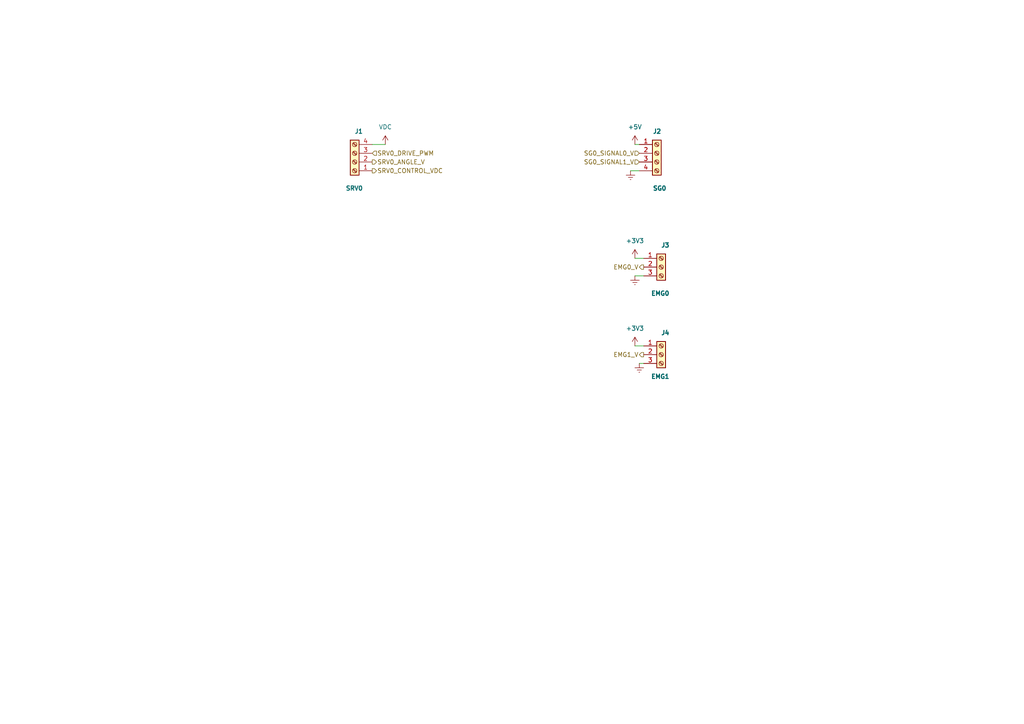
<source format=kicad_sch>
(kicad_sch (version 20211123) (generator eeschema)
  (paper "A4")
  (lib_symbols
    (symbol "Connector:Screw_Terminal_01x03" (pin_names (offset 1.016) hide)
      (property "Reference" "J" (at 0 5.08 0))
      (property "Value" "Screw_Terminal_01x03" (at 0 -5.08 0))
      (symbol "Screw_Terminal_01x03_1_1"
        (rectangle (start -1.27 3.81) (end 1.27 -3.81) (stroke (width 0.254)) (fill (type background)))
        (circle (center 0 -2.54) (radius 0.635) (stroke (width 0.1524)))
        (polyline (pts (xy -0.5334 -2.2098) (xy 0.3302 -3.048)) (stroke (width 0.1524)))
        (polyline (pts (xy -0.5334 0.3302) (xy 0.3302 -0.508)) (stroke (width 0.1524)))
        (polyline (pts (xy -0.5334 2.8702) (xy 0.3302 2.032)) (stroke (width 0.1524)))
        (polyline (pts (xy -0.3556 -2.032) (xy 0.508 -2.8702)) (stroke (width 0.1524)))
        (polyline (pts (xy -0.3556 0.508) (xy 0.508 -0.3302)) (stroke (width 0.1524)))
        (polyline (pts (xy -0.3556 3.048) (xy 0.508 2.2098)) (stroke (width 0.1524)))
        (circle (center 0 0) (radius 0.635) (stroke (width 0.1524)))
        (circle (center 0 2.54) (radius 0.635) (stroke (width 0.1524)))
        (pin passive line (at -5.08 2.54 0) (length 3.81) (name "Pin_1") (number "1"))
        (pin passive line (at -5.08 0 0) (length 3.81) (name "Pin_2") (number "2"))
        (pin passive line (at -5.08 -2.54 0) (length 3.81) (name "Pin_3") (number "3"))
      )
    )
    (symbol "Connector:Screw_Terminal_01x04" (pin_names (offset 1.016) hide)
      (property "Reference" "J" (at 0 5.08 0))
      (property "Value" "Screw_Terminal_01x04" (at 0 -7.62 0))
      (symbol "Screw_Terminal_01x04_1_1"
        (rectangle (start -1.27 3.81) (end 1.27 -6.35) (stroke (width 0.254)) (fill (type background)))
        (circle (center 0 -5.08) (radius 0.635) (stroke (width 0.1524)))
        (circle (center 0 -2.54) (radius 0.635) (stroke (width 0.1524)))
        (polyline (pts (xy -0.5334 -4.7498) (xy 0.3302 -5.588)) (stroke (width 0.1524)))
        (polyline (pts (xy -0.5334 -2.2098) (xy 0.3302 -3.048)) (stroke (width 0.1524)))
        (polyline (pts (xy -0.5334 0.3302) (xy 0.3302 -0.508)) (stroke (width 0.1524)))
        (polyline (pts (xy -0.5334 2.8702) (xy 0.3302 2.032)) (stroke (width 0.1524)))
        (polyline (pts (xy -0.3556 -4.572) (xy 0.508 -5.4102)) (stroke (width 0.1524)))
        (polyline (pts (xy -0.3556 -2.032) (xy 0.508 -2.8702)) (stroke (width 0.1524)))
        (polyline (pts (xy -0.3556 0.508) (xy 0.508 -0.3302)) (stroke (width 0.1524)))
        (polyline (pts (xy -0.3556 3.048) (xy 0.508 2.2098)) (stroke (width 0.1524)))
        (circle (center 0 0) (radius 0.635) (stroke (width 0.1524)))
        (circle (center 0 2.54) (radius 0.635) (stroke (width 0.1524)))
        (pin passive line (at -5.08 2.54 0) (length 3.81) (name "Pin_1") (number "1"))
        (pin passive line (at -5.08 0 0) (length 3.81) (name "Pin_2") (number "2"))
        (pin passive line (at -5.08 -2.54 0) (length 3.81) (name "Pin_3") (number "3"))
        (pin passive line (at -5.08 -5.08 0) (length 3.81) (name "Pin_4") (number "4"))
      )
    )
    (symbol "power:+3V3" (power) (pin_names (offset 0))
      (property "Value" "+3V3" (at 0 3.556 0))
      (symbol "+3V3_0_1"
        (polyline (pts (xy -0.762 1.27) (xy 0 2.54)))
        (polyline (pts (xy 0 0) (xy 0 2.54)))
        (polyline (pts (xy 0 2.54) (xy 0.762 1.27)))
      )
      (symbol "+3V3_1_1"
        (pin power_in line (at 0 0 90) (length 0) hide (name "+3V3") (number "1"))
      )
    )
    (symbol "power:+5V" (power) (pin_names (offset 0))
      (property "Value" "+5V" (at 0 3.556 0))
      (symbol "+5V_0_1"
        (polyline (pts (xy -0.762 1.27) (xy 0 2.54)))
        (polyline (pts (xy 0 0) (xy 0 2.54)))
        (polyline (pts (xy 0 2.54) (xy 0.762 1.27)))
      )
      (symbol "+5V_1_1"
        (pin power_in line (at 0 0 90) (length 0) hide (name "+5V") (number "1"))
      )
    )
    (symbol "power:Earth" (power) (pin_names (offset 0))
      (symbol "Earth_0_1"
        (polyline (pts (xy -0.635 -1.905) (xy 0.635 -1.905)))
        (polyline (pts (xy -0.127 -2.54) (xy 0.127 -2.54)))
        (polyline (pts (xy 0 -1.27) (xy 0 0)))
        (polyline (pts (xy 1.27 -1.27) (xy -1.27 -1.27)))
      )
      (symbol "Earth_1_1"
        (pin power_in line (at 0 0 270) (length 0) hide (name "Earth") (number "1"))
      )
    )
    (symbol "power:VDC" (power) (pin_names (offset 0))
      (property "Value" "VDC" (at 0 6.35 0))
      (symbol "VDC_0_1"
        (polyline (pts (xy -0.762 1.27) (xy 0 2.54)))
        (polyline (pts (xy 0 0) (xy 0 2.54)))
        (polyline (pts (xy 0 2.54) (xy 0.762 1.27)))
      )
      (symbol "VDC_1_1"
        (pin power_in line (at 0 0 90) (length 0) hide (name "VDC") (number "1"))
      )
    )
  )
  (wire (pts (xy 184.15 80.01) (xy 186.69 80.01)))
  (wire (pts (xy 184.15 100.33) (xy 186.69 100.33)))
  (wire (pts (xy 182.88 49.53) (xy 185.42 49.53)))
  (wire (pts (xy 107.95 41.91) (xy 111.76 41.91)))
  (wire (pts (xy 184.15 41.91) (xy 185.42 41.91)))
  (wire (pts (xy 186.69 105.41) (xy 185.42 105.41)))
  (wire (pts (xy 186.69 74.93) (xy 184.15 74.93)))
  (hierarchical_label "SRV0_DRIVE_PWM" (shape input) (at 107.95 44.45 0))
  (hierarchical_label "EMG1_V" (shape output) (at 186.69 102.87 180))
  (hierarchical_label "EMG0_V" (shape output) (at 186.69 77.47 180))
  (hierarchical_label "SG0_SIGNAL1_V" (shape input) (at 185.42 46.99 180))
  (hierarchical_label "SRV0_CONTROL_VDC" (shape output) (at 107.95 49.53 0))
  (hierarchical_label "SRV0_ANGLE_V" (shape output) (at 107.95 46.99 0))
  (hierarchical_label "SG0_SIGNAL0_V" (shape input) (at 185.42 44.45 180))
  (symbol (lib_id "power:VDC") (at 111.76 41.91 0) (unit 1)
    (property "Reference" "#PWR0103" (effects hide))
    (property "Value" "VDC" (at 111.76 36.83 0))
  )
  (symbol (lib_id "power:+3V3") (at 184.15 100.33 0) (unit 1)
    (property "Reference" "#PWR013" (effects hide))
    (property "Value" "+3V3" (at 184.15 95.25 0))
  )
  (symbol (lib_id "Connector:Screw_Terminal_01x04") (at 102.87 46.99 180) (unit 1)
    (property "Reference" "J1" (at 105.41 38.1 0) (effects (font bold) (justify left)))
    (property "Value" "SRV0" (at 105.41 54.61 0) (effects (font bold) (justify left)))
    (property "Footprint" "EDUEXO-custom-PCB:TE_1-2834011-4" (effects hide))
    (property "Datasheet" "https://www.te.com/commerce/DocumentDelivery/DDEController?Action=srchrtrv&DocNm=1-1773872-7_ModularScrewlessTerminalBloc&DocType=DS&DocLang=English" (effects hide))
    (property "MPN" "1-2834011-4" (effects hide))
  )
  (symbol (lib_id "power:Earth") (at 185.42 105.41 0) (unit 1)
    (property "Reference" "#PWR014" (effects hide))
    (property "Value" "Earth" (effects hide))
  )
  (symbol (lib_id "power:Earth") (at 182.88 49.53 0) (unit 1)
    (property "Reference" "#PWR09" (effects hide))
    (property "Value" "Earth" (effects hide))
  )
  (symbol (lib_id "power:Earth") (at 184.15 80.01 0) (unit 1)
    (property "Reference" "#PWR012" (effects hide))
    (property "Value" "Earth" (effects hide))
  )
  (symbol (lib_id "power:+5V") (at 184.15 41.91 0) (unit 1)
    (property "Reference" "#PWR010" (effects hide))
    (property "Value" "+5V" (at 184.15 36.83 0))
  )
  (symbol (lib_id "Connector:Screw_Terminal_01x04") (at 190.5 44.45 0) (unit 1)
    (property "Reference" "J2" (at 189.23 38.1 0) (effects (font bold) (justify left)))
    (property "Value" "SG0" (at 189.23 54.61 0) (effects (font bold) (justify left)))
    (property "Footprint" "EDUEXO-custom-PCB:TE_1-2834011-4" (effects hide))
    (property "Datasheet" "https://www.te.com/commerce/DocumentDelivery/DDEController?Action=srchrtrv&DocNm=1-1773872-7_ModularScrewlessTerminalBloc&DocType=DS&DocLang=English" (effects hide))
    (property "MPN" "1-2834011-4" (effects hide))
  )
  (symbol (lib_id "power:+3V3") (at 184.15 74.93 0) (unit 1)
    (property "Reference" "#PWR011" (effects hide))
    (property "Value" "+3V3" (at 184.15 69.85 0))
  )
  (symbol (lib_id "Connector:Screw_Terminal_01x03") (at 191.77 102.87 0) (unit 1)
    (property "Reference" "J4" (at 194.31 96.52 0) (effects (font bold) (justify right)))
    (property "Value" "EMG1" (at 194.31 109.22 0) (effects (font bold) (justify right)))
    (property "Footprint" "EDUEXO-custom-PCB:TE_1-2834011-3" (effects hide))
    (property "Datasheet" "https://www.te.com/commerce/DocumentDelivery/DDEController?Action=srchrtrv&DocNm=1-1773872-7_ModularScrewlessTerminalBloc&DocType=DS&DocLang=English" (effects hide))
    (property "MPN" "1-2834011-3" (effects hide))
  )
  (symbol (lib_id "Connector:Screw_Terminal_01x03") (at 191.77 77.47 0) (unit 1)
    (property "Reference" "J3" (at 194.31 71.12 0) (effects (font bold) (justify right)))
    (property "Value" "EMG0" (at 194.31 85.09 0) (effects (font bold) (justify right)))
    (property "Footprint" "EDUEXO-custom-PCB:TE_1-2834011-3" (effects hide))
    (property "Datasheet" "https://www.te.com/commerce/DocumentDelivery/DDEController?Action=srchrtrv&DocNm=1-1773872-7_ModularScrewlessTerminalBloc&DocType=DS&DocLang=English" (effects hide))
    (property "MPN" "1-2834011-3" (effects hide))
  )
)
</source>
